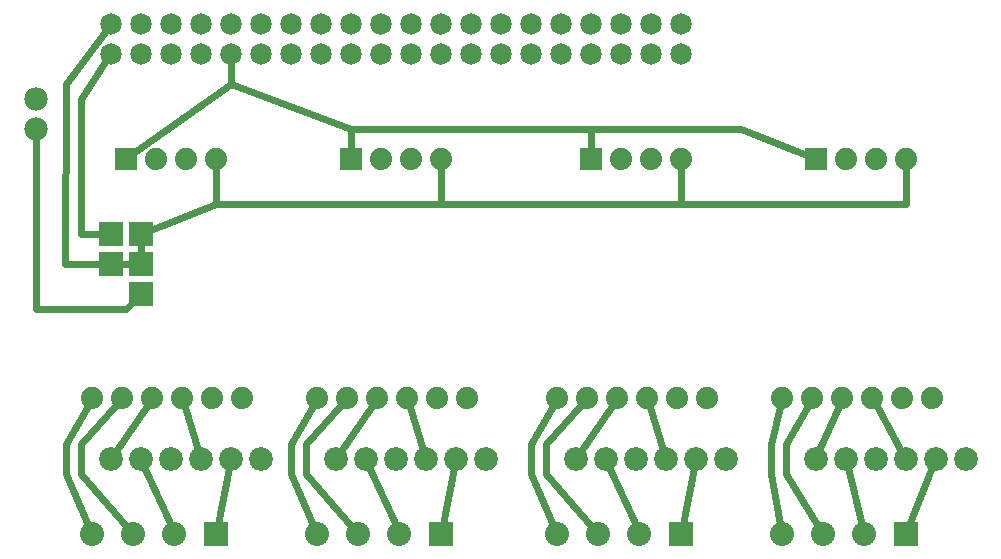
<source format=gbl>
G04 MADE WITH FRITZING*
G04 WWW.FRITZING.ORG*
G04 DOUBLE SIDED*
G04 HOLES PLATED*
G04 CONTOUR ON CENTER OF CONTOUR VECTOR*
%ASAXBY*%
%FSLAX23Y23*%
%MOIN*%
%OFA0B0*%
%SFA1.0B1.0*%
%ADD10C,0.079370*%
%ADD11C,0.080000*%
%ADD12C,0.078000*%
%ADD13C,0.071889*%
%ADD14C,0.071917*%
%ADD15C,0.074000*%
%ADD16R,0.080000X0.080000*%
%ADD17R,0.078740X0.078740*%
%ADD18R,0.074000X0.074000*%
%ADD19C,0.024000*%
%LNCOPPER0*%
G90*
G70*
G54D10*
X2993Y688D03*
X3093Y688D03*
X3193Y688D03*
X2693Y688D03*
X2793Y688D03*
X2893Y688D03*
X2193Y688D03*
X2293Y688D03*
X2393Y688D03*
X1893Y688D03*
X1993Y688D03*
X2093Y688D03*
X1393Y688D03*
X1493Y688D03*
X1593Y688D03*
X1093Y688D03*
X1193Y688D03*
X1293Y688D03*
X643Y688D03*
X743Y688D03*
X843Y688D03*
X343Y688D03*
X443Y688D03*
X543Y688D03*
G54D11*
X693Y438D03*
X556Y438D03*
X418Y438D03*
X280Y438D03*
X2993Y438D03*
X2856Y438D03*
X2718Y438D03*
X2580Y438D03*
X1443Y438D03*
X1306Y438D03*
X1168Y438D03*
X1030Y438D03*
X2243Y438D03*
X2106Y438D03*
X1968Y438D03*
X1830Y438D03*
G54D12*
X93Y1888D03*
X93Y1788D03*
G54D13*
X343Y2038D03*
X443Y2038D03*
X543Y2038D03*
X643Y2038D03*
G54D14*
X743Y2038D03*
G54D13*
X843Y2038D03*
X943Y2038D03*
X1043Y2038D03*
X1143Y2038D03*
G54D14*
X1243Y2038D03*
G54D13*
X1343Y2038D03*
G54D14*
X1443Y2038D03*
G54D13*
X1543Y2038D03*
X1643Y2038D03*
X1743Y2038D03*
X1843Y2038D03*
G54D14*
X1943Y2038D03*
G54D13*
X2043Y2038D03*
X2143Y2038D03*
X2243Y2038D03*
X2243Y2138D03*
X2143Y2138D03*
X2043Y2138D03*
G54D14*
X1943Y2138D03*
G54D13*
X1843Y2138D03*
X1743Y2138D03*
X1643Y2138D03*
X1543Y2138D03*
G54D14*
X1443Y2138D03*
G54D13*
X1343Y2138D03*
G54D14*
X1243Y2138D03*
G54D13*
X1143Y2138D03*
X1043Y2138D03*
X943Y2138D03*
X843Y2138D03*
G54D14*
X743Y2138D03*
G54D13*
X643Y2138D03*
X543Y2138D03*
X443Y2138D03*
X343Y2138D03*
G54D15*
X393Y1688D03*
X493Y1688D03*
X593Y1688D03*
X693Y1688D03*
X782Y890D03*
X682Y890D03*
X582Y890D03*
X482Y890D03*
X382Y890D03*
X282Y890D03*
X1143Y1688D03*
X1243Y1688D03*
X1343Y1688D03*
X1443Y1688D03*
X1532Y890D03*
X1432Y890D03*
X1332Y890D03*
X1232Y890D03*
X1132Y890D03*
X1032Y890D03*
X1943Y1688D03*
X2043Y1688D03*
X2143Y1688D03*
X2243Y1688D03*
X2332Y890D03*
X2232Y890D03*
X2132Y890D03*
X2032Y890D03*
X1932Y890D03*
X1832Y890D03*
X2693Y1688D03*
X2793Y1688D03*
X2893Y1688D03*
X2993Y1688D03*
X3082Y890D03*
X2982Y890D03*
X2882Y890D03*
X2782Y890D03*
X2682Y890D03*
X2582Y890D03*
G54D16*
X693Y438D03*
X2993Y438D03*
X1443Y438D03*
X2243Y438D03*
G54D17*
X443Y1238D03*
X343Y1338D03*
X443Y1338D03*
X343Y1438D03*
X443Y1438D03*
G54D18*
X393Y1688D03*
X1143Y1688D03*
X1943Y1688D03*
X2693Y1688D03*
G54D19*
X244Y1438D02*
X301Y1438D01*
D02*
X244Y1888D02*
X244Y1438D01*
D02*
X325Y2010D02*
X244Y1888D01*
D02*
X456Y660D02*
X543Y466D01*
D02*
X700Y469D02*
X737Y658D01*
D02*
X1450Y469D02*
X1487Y658D01*
D02*
X1293Y466D02*
X1206Y660D01*
D02*
X2093Y466D02*
X2006Y660D01*
D02*
X2250Y469D02*
X2287Y658D01*
D02*
X2848Y468D02*
X2801Y658D01*
D02*
X3005Y467D02*
X3082Y659D01*
D02*
X194Y1938D02*
X192Y1337D01*
D02*
X324Y2111D02*
X194Y1938D01*
D02*
X192Y1337D02*
X301Y1338D01*
D02*
X93Y1758D02*
X94Y1187D01*
D02*
X394Y1187D02*
X414Y1207D01*
D02*
X94Y1187D02*
X394Y1187D01*
D02*
X443Y1395D02*
X443Y1381D01*
D02*
X401Y1338D02*
X386Y1338D01*
D02*
X744Y1937D02*
X744Y2005D01*
D02*
X427Y1712D02*
X744Y1937D01*
D02*
X1143Y1729D02*
X1143Y1788D01*
D02*
X744Y1937D02*
X744Y2005D01*
D02*
X1143Y1788D02*
X744Y1937D01*
D02*
X693Y1537D02*
X693Y1657D01*
D02*
X483Y1454D02*
X693Y1537D01*
D02*
X1443Y1537D02*
X1443Y1657D01*
D02*
X693Y1657D02*
X693Y1537D01*
D02*
X693Y1537D02*
X1443Y1537D01*
D02*
X2243Y1537D02*
X2243Y1657D01*
D02*
X1443Y1657D02*
X1443Y1537D01*
D02*
X1443Y1537D02*
X2243Y1537D01*
D02*
X1143Y1788D02*
X1143Y1729D01*
D02*
X1943Y1788D02*
X1143Y1788D01*
D02*
X1943Y1729D02*
X1943Y1788D01*
D02*
X193Y737D02*
X267Y864D01*
D02*
X193Y638D02*
X193Y737D01*
D02*
X268Y467D02*
X193Y638D01*
D02*
X243Y638D02*
X243Y737D01*
D02*
X243Y737D02*
X361Y867D01*
D02*
X397Y461D02*
X243Y638D01*
D02*
X945Y737D02*
X1017Y863D01*
D02*
X945Y638D02*
X945Y737D01*
D02*
X1018Y467D02*
X945Y638D01*
D02*
X993Y737D02*
X1111Y867D01*
D02*
X993Y638D02*
X993Y737D01*
D02*
X1147Y461D02*
X993Y638D01*
D02*
X465Y865D02*
X361Y713D01*
D02*
X591Y861D02*
X635Y718D01*
D02*
X1215Y865D02*
X1111Y713D01*
D02*
X1744Y737D02*
X1817Y863D01*
D02*
X1744Y638D02*
X1744Y737D01*
D02*
X1818Y467D02*
X1744Y638D01*
D02*
X1793Y737D02*
X1911Y867D01*
D02*
X1793Y638D02*
X1793Y737D01*
D02*
X1947Y461D02*
X1793Y638D01*
D02*
X2015Y865D02*
X1911Y713D01*
D02*
X2243Y1537D02*
X2243Y1657D01*
D02*
X2994Y1537D02*
X2243Y1537D01*
D02*
X2994Y1657D02*
X2994Y1537D01*
D02*
X1943Y1788D02*
X1943Y1729D01*
D02*
X2445Y1788D02*
X1943Y1788D01*
D02*
X2656Y1703D02*
X2445Y1788D01*
D02*
X2544Y737D02*
X2544Y638D01*
D02*
X2544Y638D02*
X2575Y469D01*
D02*
X2575Y860D02*
X2544Y737D01*
D02*
X2593Y737D02*
X2593Y638D01*
D02*
X2593Y638D02*
X2701Y464D01*
D02*
X2667Y864D02*
X2593Y737D01*
D02*
X2770Y862D02*
X2706Y716D01*
D02*
X2897Y863D02*
X2979Y715D01*
D02*
X1385Y718D02*
X1341Y861D01*
D02*
X2185Y718D02*
X2141Y861D01*
G04 End of Copper0*
M02*
</source>
